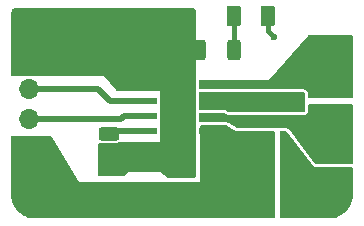
<source format=gtl>
G04 #@! TF.GenerationSoftware,KiCad,Pcbnew,8.0.5*
G04 #@! TF.CreationDate,2024-10-21T19:45:19-04:00*
G04 #@! TF.ProjectId,DRV8871_PCB,44525638-3837-4315-9f50-43422e6b6963,rev?*
G04 #@! TF.SameCoordinates,Original*
G04 #@! TF.FileFunction,Copper,L1,Top*
G04 #@! TF.FilePolarity,Positive*
%FSLAX46Y46*%
G04 Gerber Fmt 4.6, Leading zero omitted, Abs format (unit mm)*
G04 Created by KiCad (PCBNEW 8.0.5) date 2024-10-21 19:45:19*
%MOMM*%
%LPD*%
G01*
G04 APERTURE LIST*
G04 Aperture macros list*
%AMRoundRect*
0 Rectangle with rounded corners*
0 $1 Rounding radius*
0 $2 $3 $4 $5 $6 $7 $8 $9 X,Y pos of 4 corners*
0 Add a 4 corners polygon primitive as box body*
4,1,4,$2,$3,$4,$5,$6,$7,$8,$9,$2,$3,0*
0 Add four circle primitives for the rounded corners*
1,1,$1+$1,$2,$3*
1,1,$1+$1,$4,$5*
1,1,$1+$1,$6,$7*
1,1,$1+$1,$8,$9*
0 Add four rect primitives between the rounded corners*
20,1,$1+$1,$2,$3,$4,$5,0*
20,1,$1+$1,$4,$5,$6,$7,0*
20,1,$1+$1,$6,$7,$8,$9,0*
20,1,$1+$1,$8,$9,$2,$3,0*%
G04 Aperture macros list end*
G04 #@! TA.AperFunction,SMDPad,CuDef*
%ADD10RoundRect,0.250000X0.650000X-0.325000X0.650000X0.325000X-0.650000X0.325000X-0.650000X-0.325000X0*%
G04 #@! TD*
G04 #@! TA.AperFunction,ComponentPad*
%ADD11R,1.700000X1.700000*%
G04 #@! TD*
G04 #@! TA.AperFunction,ComponentPad*
%ADD12O,1.700000X1.700000*%
G04 #@! TD*
G04 #@! TA.AperFunction,SMDPad,CuDef*
%ADD13R,2.200000X0.500000*%
G04 #@! TD*
G04 #@! TA.AperFunction,ComponentPad*
%ADD14C,0.630000*%
G04 #@! TD*
G04 #@! TA.AperFunction,SMDPad,CuDef*
%ADD15R,2.950000X4.900000*%
G04 #@! TD*
G04 #@! TA.AperFunction,SMDPad,CuDef*
%ADD16RoundRect,0.250000X-0.375000X-0.625000X0.375000X-0.625000X0.375000X0.625000X-0.375000X0.625000X0*%
G04 #@! TD*
G04 #@! TA.AperFunction,SMDPad,CuDef*
%ADD17RoundRect,0.250000X-1.250000X-0.550000X1.250000X-0.550000X1.250000X0.550000X-1.250000X0.550000X0*%
G04 #@! TD*
G04 #@! TA.AperFunction,SMDPad,CuDef*
%ADD18RoundRect,0.250000X0.312500X0.625000X-0.312500X0.625000X-0.312500X-0.625000X0.312500X-0.625000X0*%
G04 #@! TD*
G04 #@! TA.AperFunction,SMDPad,CuDef*
%ADD19RoundRect,0.250000X-0.625000X0.312500X-0.625000X-0.312500X0.625000X-0.312500X0.625000X0.312500X0*%
G04 #@! TD*
G04 #@! TA.AperFunction,ViaPad*
%ADD20C,0.600000*%
G04 #@! TD*
G04 #@! TA.AperFunction,Conductor*
%ADD21C,0.508000*%
G04 #@! TD*
G04 #@! TA.AperFunction,Conductor*
%ADD22C,0.200000*%
G04 #@! TD*
G04 #@! TA.AperFunction,Conductor*
%ADD23C,0.381000*%
G04 #@! TD*
G04 APERTURE END LIST*
D10*
X12065000Y-17223000D03*
X12065000Y-14273000D03*
D11*
X27432000Y-13452000D03*
D12*
X27432000Y-10912000D03*
X27432000Y-8372000D03*
X27432000Y-5832000D03*
D13*
X11776000Y-8382000D03*
X11776000Y-9652000D03*
X11776000Y-10922000D03*
X11776000Y-12192000D03*
X17526000Y-12192000D03*
X17526000Y-10922000D03*
X17526000Y-9652000D03*
X17526000Y-8382000D03*
D14*
X14001000Y-8987000D03*
X14001000Y-10287000D03*
X14001000Y-11587000D03*
D15*
X14651000Y-10287000D03*
D14*
X15301000Y-8987000D03*
X15301000Y-10287000D03*
X15301000Y-11587000D03*
D11*
X2032000Y-16256000D03*
D12*
X2032000Y-13716000D03*
X2032000Y-11176000D03*
X2032000Y-8636000D03*
X2032000Y-6096000D03*
X2032000Y-3556000D03*
D16*
X19425000Y-2413000D03*
X22225000Y-2413000D03*
D17*
X20406000Y-17018000D03*
X24806000Y-17018000D03*
D18*
X19369500Y-5334000D03*
X16444500Y-5334000D03*
D19*
X8763000Y-12380500D03*
X8763000Y-15305500D03*
D20*
X12192000Y-3810000D03*
X15367000Y-3810000D03*
X24130000Y-10160000D03*
X15240000Y-13970000D03*
X19558000Y-9398000D03*
X24765000Y-9271000D03*
X26035000Y-18669000D03*
X13335000Y-4953000D03*
X21463000Y-9398000D03*
X14224000Y-13970000D03*
X28829000Y-17526000D03*
X13335000Y-3810000D03*
X23241000Y-9398000D03*
X27813000Y-18669000D03*
X26797000Y-17526000D03*
X14351000Y-4953000D03*
X14351000Y-3810000D03*
X12192000Y-4953000D03*
X15240000Y-15113000D03*
X22352000Y-10160000D03*
X20574000Y-10160000D03*
X15367000Y-4953000D03*
X14224000Y-15113000D03*
X22733000Y-4191000D03*
X21209000Y-13208000D03*
D21*
X8890000Y-9652000D02*
X7874000Y-8636000D01*
X5080000Y-8636000D02*
X2032000Y-8636000D01*
X7874000Y-8636000D02*
X5080000Y-8636000D01*
X11776000Y-9652000D02*
X8890000Y-9652000D01*
X10033000Y-10922000D02*
X9779000Y-11176000D01*
X9779000Y-11176000D02*
X2032000Y-11176000D01*
X11776000Y-10922000D02*
X10033000Y-10922000D01*
D22*
X8951500Y-12192000D02*
X8763000Y-12380500D01*
D21*
X11776000Y-12192000D02*
X8951500Y-12192000D01*
D23*
X22225000Y-3683000D02*
X22225000Y-2413000D01*
X22733000Y-4191000D02*
X22225000Y-3683000D01*
D22*
X19425000Y-5278500D02*
X19369500Y-5334000D01*
D23*
X19425000Y-2413000D02*
X19425000Y-5278500D01*
G04 #@! TA.AperFunction,Conductor*
G36*
X29413621Y-4084002D02*
G01*
X29460114Y-4137658D01*
X29471500Y-4190000D01*
X29471500Y-9272000D01*
X29451498Y-9340121D01*
X29397842Y-9386614D01*
X29345500Y-9398000D01*
X25785500Y-9398000D01*
X25717379Y-9377998D01*
X25670886Y-9324342D01*
X25659500Y-9272000D01*
X25659500Y-9016005D01*
X25659499Y-9015993D01*
X25656918Y-8991987D01*
X25653570Y-8960841D01*
X25642184Y-8908499D01*
X25634834Y-8881709D01*
X25584731Y-8793722D01*
X25584727Y-8793718D01*
X25584724Y-8793713D01*
X25538247Y-8740076D01*
X25538230Y-8740058D01*
X25504949Y-8707944D01*
X25415232Y-8661014D01*
X25415231Y-8661013D01*
X25415230Y-8661013D01*
X25347109Y-8641011D01*
X25274000Y-8630500D01*
X16514500Y-8630500D01*
X16446379Y-8610498D01*
X16399886Y-8556842D01*
X16388500Y-8504500D01*
X16388500Y-8000000D01*
X16408502Y-7931879D01*
X16462158Y-7885386D01*
X16514500Y-7874000D01*
X22351999Y-7874000D01*
X22352000Y-7874000D01*
X25616318Y-4107478D01*
X25676048Y-4069101D01*
X25711535Y-4064000D01*
X29345500Y-4064000D01*
X29413621Y-4084002D01*
G37*
G04 #@! TD.AperFunction*
G04 #@! TA.AperFunction,Conductor*
G36*
X18825972Y-11704002D02*
G01*
X18827743Y-11705162D01*
X19558000Y-12192000D01*
X22734000Y-12192000D01*
X22802121Y-12212002D01*
X22848614Y-12265658D01*
X22860000Y-12318000D01*
X22860000Y-19439500D01*
X22839998Y-19507621D01*
X22786342Y-19554114D01*
X22734000Y-19565500D01*
X2544122Y-19565500D01*
X2535881Y-19565230D01*
X2282033Y-19548592D01*
X2265693Y-19546441D01*
X2020239Y-19497617D01*
X2004319Y-19493351D01*
X1767336Y-19412906D01*
X1752109Y-19406599D01*
X1604290Y-19333703D01*
X1527653Y-19295910D01*
X1513387Y-19287673D01*
X1305297Y-19148631D01*
X1292224Y-19138601D01*
X1104058Y-18973583D01*
X1092416Y-18961941D01*
X927394Y-18773770D01*
X917369Y-18760705D01*
X778323Y-18552608D01*
X770092Y-18538351D01*
X659396Y-18313880D01*
X653093Y-18298663D01*
X600963Y-18145094D01*
X572647Y-18061677D01*
X568384Y-18045768D01*
X519556Y-17800294D01*
X517408Y-17783976D01*
X508270Y-17644547D01*
X508000Y-17636307D01*
X508000Y-12699000D01*
X528002Y-12630879D01*
X581658Y-12584386D01*
X634000Y-12573000D01*
X3864461Y-12573000D01*
X3932582Y-12593002D01*
X3973424Y-12635731D01*
X6223000Y-16510000D01*
X16510000Y-16510000D01*
X16510000Y-11810000D01*
X16530002Y-11741879D01*
X16583658Y-11695386D01*
X16636000Y-11684000D01*
X18757851Y-11684000D01*
X18825972Y-11704002D01*
G37*
G04 #@! TD.AperFunction*
G04 #@! TA.AperFunction,Conductor*
G36*
X25342121Y-8910002D02*
G01*
X25388614Y-8963658D01*
X25400000Y-9016000D01*
X25400000Y-10415000D01*
X25379998Y-10483121D01*
X25326342Y-10529614D01*
X25274000Y-10541000D01*
X18911900Y-10541000D01*
X18843779Y-10520998D01*
X18818943Y-10496601D01*
X18818256Y-10497289D01*
X18809481Y-10488513D01*
X18725302Y-10432266D01*
X18651069Y-10417500D01*
X16509000Y-10417500D01*
X16440879Y-10397498D01*
X16394386Y-10343842D01*
X16383000Y-10291500D01*
X16383000Y-9016000D01*
X16403002Y-8947879D01*
X16456658Y-8901386D01*
X16509000Y-8890000D01*
X25274000Y-8890000D01*
X25342121Y-8910002D01*
G37*
G04 #@! TD.AperFunction*
G04 #@! TA.AperFunction,Conductor*
G36*
X29413621Y-9926002D02*
G01*
X29460114Y-9979658D01*
X29471500Y-10032000D01*
X29471500Y-14854500D01*
X29451498Y-14922621D01*
X29397842Y-14969114D01*
X29345500Y-14980500D01*
X26354750Y-14980500D01*
X26286629Y-14960498D01*
X26253950Y-14930100D01*
X24730168Y-12898391D01*
X24121400Y-12086700D01*
X24091773Y-12053762D01*
X24090544Y-12052395D01*
X24090540Y-12052391D01*
X24057869Y-12022001D01*
X24057864Y-12021996D01*
X24043949Y-12009944D01*
X23954230Y-11963013D01*
X23886109Y-11943011D01*
X23813000Y-11932500D01*
X23367000Y-11932500D01*
X23366990Y-11932500D01*
X23322557Y-11937278D01*
X23309088Y-11938000D01*
X22781269Y-11938000D01*
X22763339Y-11936718D01*
X22750249Y-11934836D01*
X22734000Y-11932500D01*
X22733999Y-11932500D01*
X19674720Y-11932500D01*
X19606599Y-11912498D01*
X19604828Y-11911338D01*
X18971701Y-11489253D01*
X18969961Y-11488103D01*
X18968167Y-11486928D01*
X18968150Y-11486919D01*
X18899076Y-11455010D01*
X18830965Y-11435012D01*
X18830969Y-11435012D01*
X18791084Y-11429278D01*
X18757851Y-11424500D01*
X16636000Y-11424500D01*
X16635990Y-11424500D01*
X16591557Y-11429278D01*
X16578088Y-11430000D01*
X16514500Y-11430000D01*
X16446379Y-11409998D01*
X16399886Y-11356342D01*
X16388500Y-11304000D01*
X16388500Y-10803000D01*
X16408502Y-10734879D01*
X16462158Y-10688386D01*
X16514500Y-10677000D01*
X18581257Y-10677000D01*
X18649378Y-10697002D01*
X18665038Y-10708890D01*
X18680951Y-10723056D01*
X18770670Y-10769987D01*
X18838791Y-10789989D01*
X18911900Y-10800500D01*
X18911903Y-10800500D01*
X25273994Y-10800500D01*
X25274000Y-10800500D01*
X25329159Y-10794570D01*
X25381501Y-10783184D01*
X25408291Y-10775834D01*
X25496278Y-10725731D01*
X25549934Y-10679238D01*
X25582056Y-10645949D01*
X25628987Y-10556230D01*
X25648989Y-10488109D01*
X25659500Y-10415000D01*
X25659500Y-10032000D01*
X25679502Y-9963879D01*
X25733158Y-9917386D01*
X25785500Y-9906000D01*
X29345500Y-9906000D01*
X29413621Y-9926002D01*
G37*
G04 #@! TD.AperFunction*
G04 #@! TA.AperFunction,Conductor*
G36*
X23881121Y-12212002D02*
G01*
X23913800Y-12242400D01*
X26162000Y-15240000D01*
X29345500Y-15240000D01*
X29413621Y-15260002D01*
X29460114Y-15313658D01*
X29471500Y-15366000D01*
X29471500Y-17521878D01*
X29471230Y-17530119D01*
X29454592Y-17783966D01*
X29452441Y-17800306D01*
X29403617Y-18045760D01*
X29399351Y-18061680D01*
X29318906Y-18298663D01*
X29312599Y-18313890D01*
X29201912Y-18538342D01*
X29193671Y-18552616D01*
X29054634Y-18760699D01*
X29044601Y-18773775D01*
X28879589Y-18961935D01*
X28867935Y-18973589D01*
X28679775Y-19138601D01*
X28666699Y-19148634D01*
X28458616Y-19287671D01*
X28444342Y-19295912D01*
X28219890Y-19406599D01*
X28204663Y-19412906D01*
X27967680Y-19493351D01*
X27951760Y-19497617D01*
X27706306Y-19546441D01*
X27689966Y-19548592D01*
X27436119Y-19565230D01*
X27427878Y-19565500D01*
X23367000Y-19565500D01*
X23298879Y-19545498D01*
X23252386Y-19491842D01*
X23241000Y-19439500D01*
X23241000Y-12318000D01*
X23261002Y-12249879D01*
X23314658Y-12203386D01*
X23367000Y-12192000D01*
X23813000Y-12192000D01*
X23881121Y-12212002D01*
G37*
G04 #@! TD.AperFunction*
G04 #@! TA.AperFunction,Conductor*
G36*
X16071121Y-1798002D02*
G01*
X16117614Y-1851658D01*
X16129000Y-1904000D01*
X16129000Y-16003000D01*
X16108998Y-16071121D01*
X16055342Y-16117614D01*
X16003000Y-16129000D01*
X13881149Y-16129000D01*
X13813028Y-16108998D01*
X13811257Y-16107838D01*
X13756182Y-16071121D01*
X13081000Y-15621000D01*
X10413999Y-15621000D01*
X10197405Y-15945892D01*
X10142976Y-15991477D01*
X10092567Y-16002000D01*
X8000000Y-16002000D01*
X7931879Y-15981998D01*
X7885386Y-15928342D01*
X7874000Y-15876000D01*
X7874000Y-13313501D01*
X7894002Y-13245380D01*
X7947658Y-13198887D01*
X8017932Y-13188783D01*
X8028982Y-13190879D01*
X8029649Y-13191036D01*
X8029658Y-13191040D01*
X8089745Y-13197500D01*
X9436254Y-13197499D01*
X9496342Y-13191040D01*
X9632267Y-13140342D01*
X9677968Y-13106130D01*
X9744488Y-13081321D01*
X9753476Y-13081000D01*
X13081000Y-13081000D01*
X13081000Y-12631504D01*
X13101002Y-12563383D01*
X13102170Y-12561600D01*
X13115734Y-12541301D01*
X13130500Y-12467067D01*
X13130499Y-11916934D01*
X13130498Y-11916931D01*
X13130498Y-11916926D01*
X13125012Y-11889348D01*
X13115734Y-11842699D01*
X13115732Y-11842696D01*
X13115732Y-11842695D01*
X13102235Y-11822495D01*
X13081020Y-11754743D01*
X13081000Y-11752494D01*
X13081000Y-11361504D01*
X13101002Y-11293383D01*
X13102170Y-11291600D01*
X13115734Y-11271301D01*
X13130500Y-11197067D01*
X13130499Y-10646934D01*
X13130498Y-10646931D01*
X13130498Y-10646926D01*
X13125012Y-10619348D01*
X13115734Y-10572699D01*
X13115732Y-10572696D01*
X13115732Y-10572695D01*
X13102235Y-10552495D01*
X13081020Y-10484743D01*
X13081000Y-10482494D01*
X13081000Y-10091504D01*
X13101002Y-10023383D01*
X13102170Y-10021600D01*
X13115734Y-10001301D01*
X13130500Y-9927067D01*
X13130499Y-9376934D01*
X13130498Y-9376931D01*
X13130498Y-9376926D01*
X13125012Y-9349348D01*
X13115734Y-9302699D01*
X13115732Y-9302696D01*
X13115732Y-9302695D01*
X13102235Y-9282495D01*
X13081020Y-9214743D01*
X13081000Y-9212494D01*
X13081000Y-8763000D01*
X9458559Y-8763000D01*
X9390438Y-8742998D01*
X9360170Y-8715712D01*
X8382000Y-7493000D01*
X626500Y-7493000D01*
X558379Y-7472998D01*
X511886Y-7419342D01*
X500500Y-7367000D01*
X500500Y-2544121D01*
X500770Y-2535881D01*
X504819Y-2474108D01*
X517408Y-2282021D01*
X519556Y-2265707D01*
X568385Y-2020227D01*
X572644Y-2004330D01*
X620451Y-1863497D01*
X661289Y-1805422D01*
X727042Y-1778644D01*
X739764Y-1778000D01*
X16003000Y-1778000D01*
X16071121Y-1798002D01*
G37*
G04 #@! TD.AperFunction*
M02*

</source>
